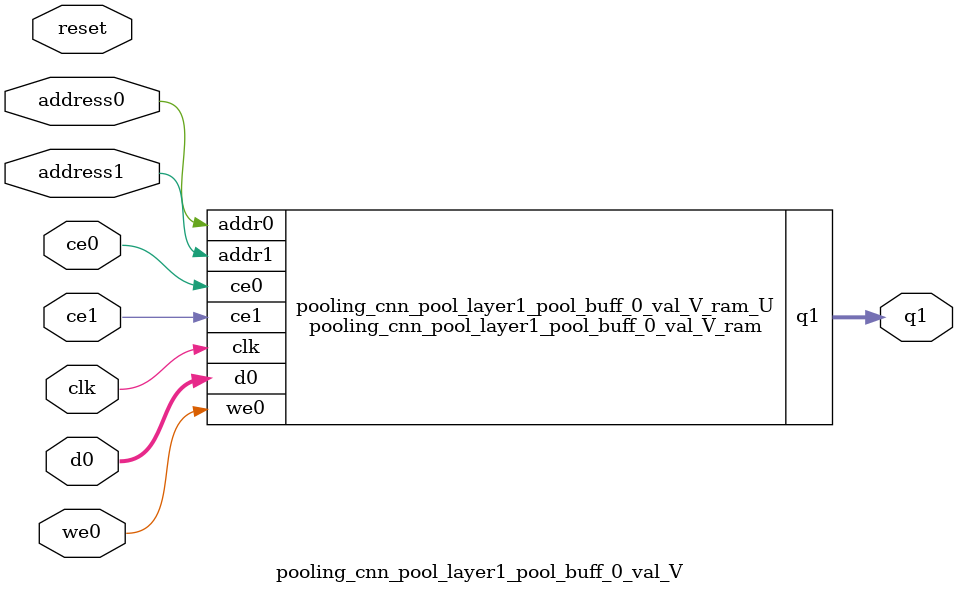
<source format=v>
`timescale 1 ns / 1 ps
module pooling_cnn_pool_layer1_pool_buff_0_val_V_ram (addr0, ce0, d0, we0, addr1, ce1, q1,  clk);

parameter DWIDTH = 32;
parameter AWIDTH = 1;
parameter MEM_SIZE = 2;

input[AWIDTH-1:0] addr0;
input ce0;
input[DWIDTH-1:0] d0;
input we0;
input[AWIDTH-1:0] addr1;
input ce1;
output reg[DWIDTH-1:0] q1;
input clk;

reg [DWIDTH-1:0] ram[0:MEM_SIZE-1];




always @(posedge clk)  
begin 
    if (ce0) begin
        if (we0) 
            ram[addr0] <= d0; 
    end
end


always @(posedge clk)  
begin 
    if (ce1) begin
        q1 <= ram[addr1];
    end
end


endmodule

`timescale 1 ns / 1 ps
module pooling_cnn_pool_layer1_pool_buff_0_val_V(
    reset,
    clk,
    address0,
    ce0,
    we0,
    d0,
    address1,
    ce1,
    q1);

parameter DataWidth = 32'd32;
parameter AddressRange = 32'd2;
parameter AddressWidth = 32'd1;
input reset;
input clk;
input[AddressWidth - 1:0] address0;
input ce0;
input we0;
input[DataWidth - 1:0] d0;
input[AddressWidth - 1:0] address1;
input ce1;
output[DataWidth - 1:0] q1;



pooling_cnn_pool_layer1_pool_buff_0_val_V_ram pooling_cnn_pool_layer1_pool_buff_0_val_V_ram_U(
    .clk( clk ),
    .addr0( address0 ),
    .ce0( ce0 ),
    .we0( we0 ),
    .d0( d0 ),
    .addr1( address1 ),
    .ce1( ce1 ),
    .q1( q1 ));

endmodule


</source>
